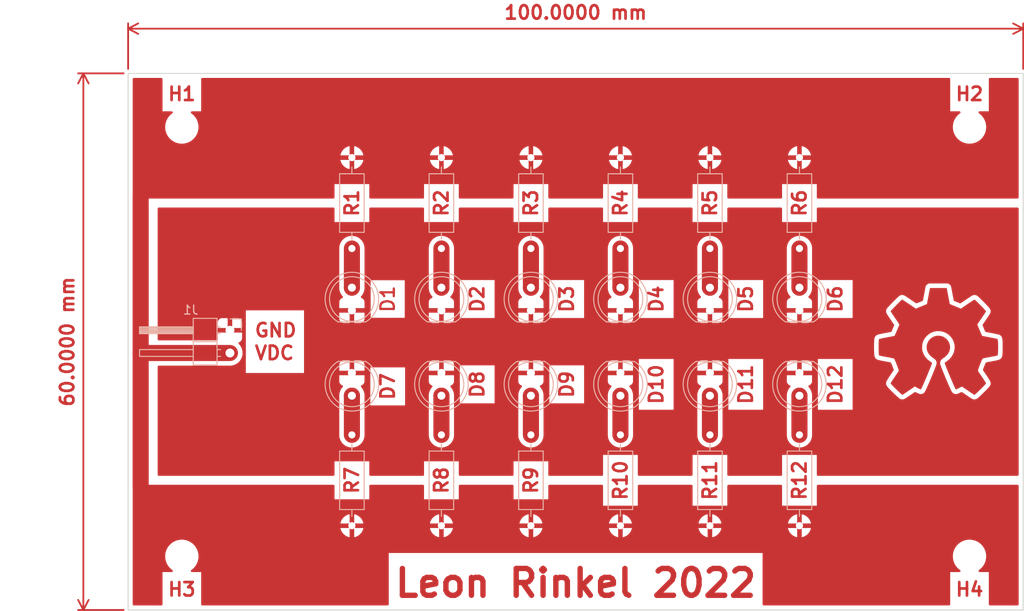
<source format=kicad_pcb>
(kicad_pcb (version 20211014) (generator pcbnew)
  (title_block (date "2022-07-08") (company "Leon Rinkel"))
  (layers (0 "F.Cu" signal) (31 "B.Cu" signal) (34 "B.Paste" user) (35 "F.Paste" user) (36 "B.SilkS" user "B.Silkscreen") (37 "F.SilkS" user "F.Silkscreen") (38 "B.Mask" user) (39 "F.Mask" user) (44 "Edge.Cuts" user))
  (net 0 "")
  (net 1 "GND")
  (net 2 "Net-(D1-Pad2)")
  (net 3 "Net-(D2-Pad2)")
  (net 4 "Net-(D3-Pad2)")
  (net 5 "Net-(D4-Pad2)")
  (net 6 "Net-(D5-Pad2)")
  (net 7 "Net-(D6-Pad2)")
  (net 8 "Net-(D7-Pad2)")
  (net 9 "Net-(D8-Pad2)")
  (net 10 "Net-(D9-Pad2)")
  (net 11 "Net-(D10-Pad2)")
  (net 12 "Net-(D11-Pad2)")
  (net 13 "Net-(D12-Pad2)")
  (net 14 "VDC")
  (footprint "MountingHole:MountingHole_2.7mm_M2.5" (layer "F.Cu") (at 103 72)
    (fp_text reference "H1" (at 0 -3.7) (layer "F.Cu") (effects (font (size 1.5 1.5) (thickness 0.3))))
    (fp_text value "MountingHole")
    (pad "" np_thru_hole circle (at 0 0) (size 2.7 2.7) (drill 2.7) (layers *.Cu *.Mask))
  )
  (footprint "MountingHole:MountingHole_2.7mm_M2.5" (layer "F.Cu") (at 191 72)
    (fp_text reference "H2" (at 0 -3.7) (layer "F.Cu") (effects (font (size 1.5 1.5) (thickness 0.3))))
    (fp_text value "MountingHole")
    (pad "" np_thru_hole circle (at 0 0) (size 2.7 2.7) (drill 2.7) (layers *.Cu *.Mask))
  )
  (footprint "MountingHole:MountingHole_2.7mm_M2.5" (layer "F.Cu") (at 191 120)
    (fp_text reference "H4" (at 0 3.7) (layer "F.Cu") (effects (font (size 1.5 1.5) (thickness 0.3))))
    (fp_text value "MountingHole")
    (pad "" np_thru_hole circle (at 0 0) (size 2.7 2.7) (drill 2.7) (layers *.Cu *.Mask))
  )
  (footprint "MountingHole:MountingHole_2.7mm_M2.5" (layer "F.Cu") (at 103 120)
    (fp_text reference "H3" (at 0 3.7) (layer "F.Cu") (effects (font (size 1.5 1.5) (thickness 0.3))))
    (fp_text value "MountingHole")
    (pad "" np_thru_hole circle (at 0 0) (size 2.7 2.7) (drill 2.7) (layers *.Cu *.Mask))
  )
  (footprint "Symbol:OSHW-Symbol_13.4x12mm_Copper" (layer "F.Cu") (at 187.5 96)
    (fp_text reference "REF**" hide)
    (fp_text value "OSHW-Symbol_13.4x12mm_Copper" hide)
    (fp_poly (pts (xy 1.119803 -5.09936) (xy 1.288676 -4.203573) (xy 1.911796 -3.946702) (xy 2.534916 -3.689832) (xy 3.282453 -4.198151) (xy 3.491802 -4.339684) (xy 3.681043 -4.466055) (xy 3.841343 -4.571493) (xy 3.963874 -4.65023) (xy 4.039802 -4.696495) (xy 4.06048 -4.706471) (xy 4.097731 -4.680814) (xy 4.177332 -4.609885) (xy 4.290361 -4.502743) (xy 4.427895 -4.36845) (xy 4.581012 -4.216066) (xy 4.740789 -4.054653) (xy 4.898305 -3.89327) (xy 5.044637 -3.740978) (xy 5.170863 -3.606838) (xy 5.26806 -3.499911) (xy 5.327307 -3.429258) (xy 5.341471 -3.405612) (xy 5.321087 -3.362021) (xy 5.263941 -3.266519) (xy 5.176041 -3.12845) (xy 5.063396 -2.957155) (xy 4.932013 -2.761975) (xy 4.855882 -2.650648) (xy 4.717118 -2.447367) (xy 4.593811 -2.263927) (xy 4.491945 -2.109458) (xy 4.417501 -1.993091) (xy 4.376461 -1.923958) (xy 4.370294 -1.90943) (xy 4.384274 -1.86814) (xy 4.422382 -1.771908) (xy 4.478867 -1.634266) (xy 4.54798 -1.468742) (xy 4.62397 -1.288868) (xy 4.701089 -1.108172) (xy 4.773585 -0.940186) (xy 4.835709 -0.79844) (xy 4.881712 -0.696463) (xy 4.905843 -0.647786) (xy 4.907267 -0.64587) (xy 4.945158 -0.636575) (xy 5.046069 -0.61584) (xy 5.19954 -0.585702) (xy 5.395112 -0.548199) (xy 5.622325 -0.505371) (xy 5.754891 -0.480674) (xy 5.997679 -0.434447) (xy 6.216974 -0.39046) (xy 6.401681 -0.351119) (xy 6.540705 -0.318831) (xy 6.622952 -0.296003) (xy 6.639485 -0.28876) (xy 6.655678 -0.239739) (xy 6.668744 -0.129023) (xy 6.678691 0.030438) (xy 6.685528 0.2257) (xy 6.689264 0.443814) (xy 6.689907 0.671835) (xy 6.687468 0.896815) (xy 6.681953 1.105809) (xy 6.673374 1.285868) (xy 6.661737 1.424047) (xy 6.647052 1.507398) (xy 6.638245 1.52475) (xy 6.585599 1.545548) (xy 6.474043 1.575282) (xy 6.318335 1.610459) (xy 6.133229 1.647586) (xy 6.068613 1.659597) (xy 5.757071 1.716662) (xy 5.510976 1.762618) (xy 5.322195 1.799293) (xy 5.182598 1.828513) (xy 5.084052 1.852104) (xy 5.018426 1.871892) (xy 4.977589 1.889706) (xy 4.953409 1.90737) (xy 4.950026 1.910861) (xy 4.916255 1.9671) (xy 4.864737 2.076547) (xy 4.800617 2.2258) (xy 4.729039 2.401459) (xy 4.655146 2.590121) (xy 4.584083 2.778385) (xy 4.520993 2.952848) (xy 4.471021 3.100108) (xy 4.439312 3.206764) (xy 4.431008 3.259413) (xy 4.4317 3.261257) (xy 4.459836 3.304292) (xy 4.523665 3.398978) (xy 4.61648 3.53546) (xy 4.731573 3.703882) (xy 4.862237 3.89439) (xy 4.899448 3.948529) (xy 5.032129 4.144804) (xy 5.148883 4.323886) (xy 5.243349 4.475492) (xy 5.309168 4.589338) (xy 5.339978 4.655141) (xy 5.341471 4.663225) (xy 5.315584 4.705715) (xy 5.244054 4.789891) (xy 5.136076 4.906705) (xy 5.000846 5.04711) (xy 4.847558 5.202061) (xy 4.685409 5.362509) (xy 4.523593 5.519409) (xy 4.371306 5.663713) (xy 4.237743 5.786376) (xy 4.1321 5.87835) (xy 4.063572 5.930589) (xy 4.044614 5.939118) (xy 4.000487 5.919029) (xy 3.910142 5.864849) (xy 3.788295 5.785704) (xy 3.694546 5.722001) (xy 3.524678 5.60511) (xy 3.323512 5.467476) (xy 3.121733 5.330063) (xy 3.01325 5.256519) (xy 2.646058 5.008155) (xy 2.337826 5.174813) (xy 2.197404 5.247822) (xy 2.077996 5.304571) (xy 1.997202 5.336937) (xy 1.976636 5.341441) (xy 1.951906 5.308189) (xy 1.903118 5.214224) (xy 1.833913 5.068213) (xy 1.747935 4.878824) (xy 1.648824 4.654724) (xy 1.540224 4.404581) (xy 1.425775 4.137063) (xy 1.30912 3.860836) (xy 1.193901 3.584568) (xy 1.08376 3.316927) (xy 0.982339 3.06658) (xy 0.89328 2.842195) (xy 0.820225 2.652439) (xy 0.766816 2.50598) (xy 0.736695 2.411485) (xy 0.731851 2.379031) (xy 0.770245 2.337636) (xy 0.854308 2.270438) (xy 0.966467 2.1914) (xy 0.975881 2.185147) (xy 1.265768 1.953103) (xy 1.499512 1.682386) (xy 1.675087 1.381653) (xy 1.790469 1.059561) (xy 1.84363 0.724765) (xy 1.832547 0.385922) (xy 1.755192 0.051688) (xy 1.60954 -0.269281) (xy 1.566688 -0.339505) (xy 1.343802 -0.623073) (xy 1.080491 -0.850782) (xy 0.785865 -1.021449) (xy 0.469041 -1.133888) (xy 0.13913 -1.186917) (xy -0.194754 -1.179349) (xy -0.523497 -1.110002) (xy -0.837986 -0.977691) (xy -1.129107 -0.781232) (xy -1.21916 -0.701494) (xy -1.448347 -0.451892) (xy -1.615354 -0.189132) (xy -1.729915 0.105399) (xy -1.793719 0.397075) (xy -1.80947 0.725012) (xy -1.756949 1.054577) (xy -1.64149 1.37463) (xy -1.468429 1.674032) (xy -1.243101 1.941643) (xy -0.97084 2.166325) (xy -0.935058 2.190008) (xy -0.821698 2.267568) (xy -0.735522 2.334768) (xy -0.694323 2.377675) (xy -0.693724 2.379031) (xy -0.702569 2.425446) (xy -0.737631 2.530786) (xy -0.795267 2.686388) (xy -0.871834 2.883584) (xy -0.963686 3.11371) (xy -1.067183 3.368101) (xy -1.178679 3.63809) (xy -1.294532 3.915012) (xy -1.411097 4.190201) (xy -1.524733 4.454993) (xy -1.631794 4.700721) (xy -1.728638 4.918721) (xy -1.811621 5.100326) (xy -1.877099 5.236871) (xy -1.921431 5.31969) (xy -1.939283 5.341441) (xy -1.993834 5.324504) (xy -2.095905 5.279077) (xy -2.227895 5.21328) (xy -2.300474 5.174813) (xy -2.608705 5.008155) (xy -2.975897 5.256519) (xy -3.16334 5.383754) (xy -3.368557 5.523773) (xy -3.560867 5.655612) (xy -3.657193 5.722001) (xy -3.792673 5.812976) (xy -3.907393 5.885071) (xy -3.986388 5.929154) (xy -4.012046 5.938473) (xy -4.049391 5.913334) (xy -4.132042 5.843154) (xy -4.251985 5.73522) (xy -4.401209 5.596818) (xy -4.571699 5.435235) (xy -4.679526 5.331488) (xy -4.868172 5.146135) (xy -5.031205 4.980351) (xy -5.162032 4.841227) (xy -5.254065 4.735856) (xy -5.300713 4.671329) (xy -5.305188 4.658234) (xy -5.28442 4.608425) (xy -5.227031 4.507713) (xy -5.139387 4.366295) (xy -5.027854 4.194367) (xy -4.898797 4.002124) (xy -4.862096 3.948529) (xy -4.728368 3.753733) (xy -4.608393 3.578353) (xy -4.508879 3.432243) (xy -4.436533 3.325258) (xy -4.398064 3.267255) (xy -4.394347 3.261257) (xy -4.399905 3.215032) (xy -4.429407 3.113398) (xy -4.477709 2.969758) (xy -4.539667 2.797514) (xy -4.610137 2.610066) (xy -4.683975 2.420818) (xy -4.756037 2.243171) (xy -4.821178 2.090527) (xy -4.874255 1.976288) (xy -4.910123 1.913856) (xy -4.912673 1.910861) (xy -4.934606 1.893019) (xy -4.971652 1.875374) (xy -5.031941 1.856101) (xy -5.123604 1.833374) (xy -5.254774 1.805364) (xy -5.433582 1.770247) (xy -5.668158 1.726195) (xy -5.966635 1.671382) (xy -6.03126 1.659597) (xy -6.222794 1.622591) (xy -6.389769 1.586389) (xy -6.517432 1.554485) (xy -6.591024 1.530372) (xy -6.600892 1.52475) (xy -6.617153 1.47491) (xy -6.63037 1.363532) (xy -6.640536 1.203563) (xy -6.64764 1.00795) (xy -6.651674 0.78964) (xy -6.65263 0.561579) (xy -6.650498 0.336714) (xy -6.645269 0.127991) (xy -6.636935 -0.051642) (xy -6.625487 -0.189238) (xy -6.610916 -0.271852) (xy -6.602132 -0.28876) (xy -6.55323 -0.305816) (xy -6.441873 -0.333564) (xy -6.279156 -0.369597) (xy -6.076174 -0.411507) (xy -5.844021 -0.456889) (xy -5.717538 -0.480674) (xy -5.477555 -0.525535) (xy -5.263549 -0.566175) (xy -5.085978 -0.600554) (xy -4.955302 -0.626635) (xy -4.881982 -0.642379) (xy -4.869915 -0.64587) (xy -4.849519 -0.685221) (xy -4.806406 -0.780007) (xy -4.746321 -0.916685) (xy -4.675013 -1.081714) (xy -4.598227 -1.261553) (xy -4.52171 -1.44266) (xy -4.45121 -1.611493) (xy -4.392473 -1.754512) (xy -4.351246 -1.858174) (xy -4.333276 -1.908939) (xy -4.332941 -1.911158) (xy -4.353313 -1.951204) (xy -4.410427 -2.043361) (xy -4.498279 -2.178467) (xy -4.610867 -2.347365) (xy -4.742189 -2.540895) (xy -4.818529 -2.652059) (xy -4.957636 -2.855884) (xy -5.081188 -3.040937) (xy -5.183158 -3.197854) (xy -5.257517 -3.317276) (xy -5.298237 -3.38984) (xy -5.304118 -3.406107) (xy -5.278837 -3.44397) (xy -5.208948 -3.524814) (xy -5.103377 -3.639581) (xy -4.971052 -3.779215) (xy -4.820901 -3.934658) (xy -4.661852 -4.096854) (xy -4.502833 -4.256746) (xy -4.352771 -4.405276) (xy -4.220594 -4.533387) (xy -4.11523 -4.632023) (xy -4.045607 -4.692127) (xy -4.022315 -4.706471) (xy -3.98439 -4.686301) (xy -3.893683 -4.629637) (xy -3.759011 -4.542247) (xy -3.589195 -4.4299) (xy -3.393054 -4.298362) (xy -3.2451 -4.198151) (xy -2.497564 -3.689832) (xy -1.874444 -3.946702) (xy -1.251324 -4.203573) (xy -0.913576 -5.995147) (xy 0.950929 -5.995147) (xy 1.119803 -5.09936)) (layer "F.Cu") (width 0.01) (fill solid))
  )
  (footprint "Resistor_THT:R_Axial_DIN0207_L6.3mm_D2.5mm_P10.16mm_Horizontal" (layer "B.Cu") (at 122 106.42 -90)
    (fp_text reference "R7" (at 5.08 0 90) (layer "F.Cu") (effects (font (size 1.5 1.5) (thickness 0.3))))
    (fp_text value "R")
    (fp_line (start 1.04 0) (end 1.81 0) (layer "B.SilkS") (width 0.12))
    (fp_line (start 8.35 1.37) (end 1.81 1.37) (layer "B.SilkS") (width 0.12))
    (fp_line (start 1.81 -1.37) (end 8.35 -1.37) (layer "B.SilkS") (width 0.12))
    (fp_line (start 1.81 1.37) (end 1.81 -1.37) (layer "B.SilkS") (width 0.12))
    (fp_line (start 9.12 0) (end 8.35 0) (layer "B.SilkS") (width 0.12))
    (fp_line (start 8.35 -1.37) (end 8.35 1.37) (layer "B.SilkS") (width 0.12))
    (pad "1" thru_hole circle (at 0 0 270) (size 1.6 1.6) (drill 0.8) (layers *.Cu *.Mask) (remove_unused_layers) (net 8 "Net-(D7-Pad2)"))
    (pad "2" thru_hole oval (at 10.16 0 270) (size 1.6 1.6) (drill 0.8) (layers *.Cu *.Mask) (remove_unused_layers) (net 14 "VDC"))
  )
  (footprint "LED_THT:LED_D5.0mm_Clear" (layer "B.Cu") (at 132 92.5 90)
    (fp_text reference "D2" (at 1.27 4 90) (layer "F.Cu") (effects (font (size 1.5 1.5) (thickness 0.3))))
    (fp_text value "LED")
    (fp_line (start -1.29 1.545) (end -1.29 -1.545) (layer "B.SilkS") (width 0.12))
    (fp_arc (start -1.29 -1.54483) (mid 2.072002 -2.880433) (end 4.26 0.000462) (layer "B.SilkS") (width 0.12))
    (fp_arc (start 4.26 -0.000462) (mid 2.072002 2.880433) (end -1.29 1.54483) (layer "B.SilkS") (width 0.12))
    (fp_circle (center 1.27 0) (end 3.77 0) (layer "B.SilkS") (width 0.12) (fill none))
    (pad "1" thru_hole rect (at 0 0 90) (size 1.8 1.8) (drill 0.9) (layers *.Cu *.Mask) (remove_unused_layers) (net 1 "GND"))
    (pad "2" thru_hole circle (at 2.54 0 90) (size 1.8 1.8) (drill 0.9) (layers *.Cu *.Mask) (remove_unused_layers) (net 3 "Net-(D2-Pad2)"))
  )
  (footprint "Resistor_THT:R_Axial_DIN0207_L6.3mm_D2.5mm_P10.16mm_Horizontal" (layer "B.Cu") (at 132 106.42 -90)
    (fp_text reference "R8" (at 5.08 0 90) (layer "F.Cu") (effects (font (size 1.5 1.5) (thickness 0.3))))
    (fp_text value "R")
    (fp_line (start 8.35 1.37) (end 1.81 1.37) (layer "B.SilkS") (width 0.12))
    (fp_line (start 1.81 -1.37) (end 8.35 -1.37) (layer "B.SilkS") (width 0.12))
    (fp_line (start 9.12 0) (end 8.35 0) (layer "B.SilkS") (width 0.12))
    (fp_line (start 1.04 0) (end 1.81 0) (layer "B.SilkS") (width 0.12))
    (fp_line (start 8.35 -1.37) (end 8.35 1.37) (layer "B.SilkS") (width 0.12))
    (fp_line (start 1.81 1.37) (end 1.81 -1.37) (layer "B.SilkS") (width 0.12))
    (pad "1" thru_hole circle (at 0 0 270) (size 1.6 1.6) (drill 0.8) (layers *.Cu *.Mask) (remove_unused_layers) (net 9 "Net-(D8-Pad2)"))
    (pad "2" thru_hole oval (at 10.16 0 270) (size 1.6 1.6) (drill 0.8) (layers *.Cu *.Mask) (remove_unused_layers) (net 14 "VDC"))
  )
  (footprint "Resistor_THT:R_Axial_DIN0207_L6.3mm_D2.5mm_P10.16mm_Horizontal" (layer "B.Cu") (at 142 85.58 90)
    (fp_text reference "R3" (at 5.08 0 90) (layer "F.Cu") (effects (font (size 1.5 1.5) (thickness 0.3))))
    (fp_text value "R")
    (fp_line (start 1.81 1.37) (end 1.81 -1.37) (layer "B.SilkS") (width 0.12))
    (fp_line (start 8.35 -1.37) (end 8.35 1.37) (layer "B.SilkS") (width 0.12))
    (fp_line (start 1.81 -1.37) (end 8.35 -1.37) (layer "B.SilkS") (width 0.12))
    (fp_line (start 1.04 0) (end 1.81 0) (layer "B.SilkS") (width 0.12))
    (fp_line (start 9.12 0) (end 8.35 0) (layer "B.SilkS") (width 0.12))
    (fp_line (start 8.35 1.37) (end 1.81 1.37) (layer "B.SilkS") (width 0.12))
    (pad "1" thru_hole circle (at 0 0 90) (size 1.6 1.6) (drill 0.8) (layers *.Cu *.Mask) (remove_unused_layers) (net 4 "Net-(D3-Pad2)"))
    (pad "2" thru_hole oval (at 10.16 0 90) (size 1.6 1.6) (drill 0.8) (layers *.Cu *.Mask) (remove_unused_layers) (net 14 "VDC"))
  )
  (footprint "Resistor_THT:R_Axial_DIN0207_L6.3mm_D2.5mm_P10.16mm_Horizontal" (layer "B.Cu") (at 142 106.42 -90)
    (fp_text reference "R9" (at 5.08 0 90) (layer "F.Cu") (effects (font (size 1.5 1.5) (thickness 0.3))))
    (fp_text value "R")
    (fp_line (start 9.12 0) (end 8.35 0) (layer "B.SilkS") (width 0.12))
    (fp_line (start 1.04 0) (end 1.81 0) (layer "B.SilkS") (width 0.12))
    (fp_line (start 1.81 -1.37) (end 8.35 -1.37) (layer "B.SilkS") (width 0.12))
    (fp_line (start 8.35 -1.37) (end 8.35 1.37) (layer "B.SilkS") (width 0.12))
    (fp_line (start 1.81 1.37) (end 1.81 -1.37) (layer "B.SilkS") (width 0.12))
    (fp_line (start 8.35 1.37) (end 1.81 1.37) (layer "B.SilkS") (width 0.12))
    (pad "1" thru_hole circle (at 0 0 270) (size 1.6 1.6) (drill 0.8) (layers *.Cu *.Mask) (remove_unused_layers) (net 10 "Net-(D9-Pad2)"))
    (pad "2" thru_hole oval (at 10.16 0 270) (size 1.6 1.6) (drill 0.8) (layers *.Cu *.Mask) (remove_unused_layers) (net 14 "VDC"))
  )
  (footprint "LED_THT:LED_D5.0mm_Clear" (layer "B.Cu") (at 152 92.5 90)
    (fp_text reference "D4" (at 1.27 4 90) (layer "F.Cu") (effects (font (size 1.5 1.5) (thickness 0.3))))
    (fp_text value "LED")
    (fp_line (start -1.29 1.545) (end -1.29 -1.545) (layer "B.SilkS") (width 0.12))
    (fp_arc (start 4.26 -0.000462) (mid 2.072002 2.880433) (end -1.29 1.54483) (layer "B.SilkS") (width 0.12))
    (fp_arc (start -1.29 -1.54483) (mid 2.072002 -2.880433) (end 4.26 0.000462) (layer "B.SilkS") (width 0.12))
    (fp_circle (center 1.27 0) (end 3.77 0) (layer "B.SilkS") (width 0.12) (fill none))
    (pad "1" thru_hole rect (at 0 0 90) (size 1.8 1.8) (drill 0.9) (layers *.Cu *.Mask) (remove_unused_layers) (net 1 "GND"))
    (pad "2" thru_hole circle (at 2.54 0 90) (size 1.8 1.8) (drill 0.9) (layers *.Cu *.Mask) (remove_unused_layers) (net 5 "Net-(D4-Pad2)"))
  )
  (footprint "LED_THT:LED_D5.0mm_Clear" (layer "B.Cu") (at 122 99.5 -90)
    (fp_text reference "D7" (at 1.5 -4 90) (layer "F.Cu") (effects (font (size 1.5 1.5) (thickness 0.3))))
    (fp_text value "LED")
    (fp_line (start -1.29 1.545) (end -1.29 -1.545) (layer "B.SilkS") (width 0.12))
    (fp_arc (start 4.26 -0.000462) (mid 2.072002 2.880433) (end -1.29 1.54483) (layer "B.SilkS") (width 0.12))
    (fp_arc (start -1.29 -1.54483) (mid 2.072002 -2.880433) (end 4.26 0.000462) (layer "B.SilkS") (width 0.12))
    (fp_circle (center 1.27 0) (end 3.77 0) (layer "B.SilkS") (width 0.12) (fill none))
    (pad "1" thru_hole rect (at 0 0 270) (size 1.8 1.8) (drill 0.9) (layers *.Cu *.Mask) (remove_unused_layers) (net 1 "GND"))
    (pad "2" thru_hole circle (at 2.54 0 270) (size 1.8 1.8) (drill 0.9) (layers *.Cu *.Mask) (remove_unused_layers) (net 8 "Net-(D7-Pad2)"))
  )
  (footprint "LED_THT:LED_D5.0mm_Clear" (layer "B.Cu") (at 172 92.5 90)
    (fp_text reference "D6" (at 1.27 4 90) (layer "F.Cu") (effects (font (size 1.5 1.5) (thickness 0.3))))
    (fp_text value "LED")
    (fp_line (start -1.29 1.545) (end -1.29 -1.545) (layer "B.SilkS") (width 0.12))
    (fp_arc (start -1.29 -1.54483) (mid 2.072002 -2.880433) (end 4.26 0.000462) (layer "B.SilkS") (width 0.12))
    (fp_arc (start 4.26 -0.000462) (mid 2.072002 2.880433) (end -1.29 1.54483) (layer "B.SilkS") (width 0.12))
    (fp_circle (center 1.27 0) (end 3.77 0) (layer "B.SilkS") (width 0.12) (fill none))
    (pad "1" thru_hole rect (at 0 0 90) (size 1.8 1.8) (drill 0.9) (layers *.Cu *.Mask) (remove_unused_layers) (net 1 "GND"))
    (pad "2" thru_hole circle (at 2.54 0 90) (size 1.8 1.8) (drill 0.9) (layers *.Cu *.Mask) (remove_unused_layers) (net 7 "Net-(D6-Pad2)"))
  )
  (footprint "Resistor_THT:R_Axial_DIN0207_L6.3mm_D2.5mm_P10.16mm_Horizontal" (layer "B.Cu") (at 152 106.42 -90)
    (fp_text reference "R10" (at 5.08 0 90) (layer "F.Cu") (effects (font (size 1.5 1.5) (thickness 0.3))))
    (fp_text value "R")
    (fp_line (start 1.81 1.37) (end 1.81 -1.37) (layer "B.SilkS") (width 0.12))
    (fp_line (start 9.12 0) (end 8.35 0) (layer "B.SilkS") (width 0.12))
    (fp_line (start 1.04 0) (end 1.81 0) (layer "B.SilkS") (width 0.12))
    (fp_line (start 1.81 -1.37) (end 8.35 -1.37) (layer "B.SilkS") (width 0.12))
    (fp_line (start 8.35 1.37) (end 1.81 1.37) (layer "B.SilkS") (width 0.12))
    (fp_line (start 8.35 -1.37) (end 8.35 1.37) (layer "B.SilkS") (width 0.12))
    (pad "1" thru_hole circle (at 0 0 270) (size 1.6 1.6) (drill 0.8) (layers *.Cu *.Mask) (remove_unused_layers) (net 11 "Net-(D10-Pad2)"))
    (pad "2" thru_hole oval (at 10.16 0 270) (size 1.6 1.6) (drill 0.8) (layers *.Cu *.Mask) (remove_unused_layers) (net 14 "VDC"))
  )
  (footprint "LED_THT:LED_D5.0mm_Clear" (layer "B.Cu") (at 152 99.5 -90)
    (fp_text reference "D10" (at 1.27 -4 90) (layer "F.Cu") (effects (font (size 1.5 1.5) (thickness 0.3))))
    (fp_text value "LED")
    (fp_line (start -1.29 1.545) (end -1.29 -1.545) (layer "B.SilkS") (width 0.12))
    (fp_arc (start 4.26 -0.000462) (mid 2.072002 2.880433) (end -1.29 1.54483) (layer "B.SilkS") (width 0.12))
    (fp_arc (start -1.29 -1.54483) (mid 2.072002 -2.880433) (end 4.26 0.000462) (layer "B.SilkS") (width 0.12))
    (fp_circle (center 1.27 0) (end 3.77 0) (layer "B.SilkS") (width 0.12) (fill none))
    (pad "1" thru_hole rect (at 0 0 270) (size 1.8 1.8) (drill 0.9) (layers *.Cu *.Mask) (remove_unused_layers) (net 1 "GND"))
    (pad "2" thru_hole circle (at 2.54 0 270) (size 1.8 1.8) (drill 0.9) (layers *.Cu *.Mask) (remove_unused_layers) (net 11 "Net-(D10-Pad2)"))
  )
  (footprint "Resistor_THT:R_Axial_DIN0207_L6.3mm_D2.5mm_P10.16mm_Horizontal" (layer "B.Cu") (at 122 85.58 90)
    (fp_text reference "R1" (at 5.08 0 90) (layer "F.Cu") (effects (font (size 1.5 1.5) (thickness 0.3))))
    (fp_text value "R")
    (fp_line (start 1.81 -1.37) (end 8.35 -1.37) (layer "B.SilkS") (width 0.12))
    (fp_line (start 1.04 0) (end 1.81 0) (layer "B.SilkS") (width 0.12))
    (fp_line (start 1.81 1.37) (end 1.81 -1.37) (layer "B.SilkS") (width 0.12))
    (fp_line (start 8.35 1.37) (end 1.81 1.37) (layer "B.SilkS") (width 0.12))
    (fp_line (start 9.12 0) (end 8.35 0) (layer "B.SilkS") (width 0.12))
    (fp_line (start 8.35 -1.37) (end 8.35 1.37) (layer "B.SilkS") (width 0.12))
    (pad "1" thru_hole circle (at 0 0 90) (size 1.6 1.6) (drill 0.8) (layers *.Cu *.Mask) (remove_unused_layers) (net 2 "Net-(D1-Pad2)"))
    (pad "2" thru_hole oval (at 10.16 0 90) (size 1.6 1.6) (drill 0.8) (layers *.Cu *.Mask) (remove_unused_layers) (net 14 "VDC"))
  )
  (footprint "Resistor_THT:R_Axial_DIN0207_L6.3mm_D2.5mm_P10.16mm_Horizontal" (layer "B.Cu") (at 172 106.42 -90)
    (fp_text reference "R12" (at 5.08 0 90) (layer "F.Cu") (effects (font (size 1.5 1.5) (thickness 0.3))))
    (fp_text value "R")
    (fp_line (start 1.81 -1.37) (end 8.35 -1.37) (layer "B.SilkS") (width 0.12))
    (fp_line (start 1.81 1.37) (end 1.81 -1.37) (layer "B.SilkS") (width 0.12))
    (fp_line (start 1.04 0) (end 1.81 0) (layer "B.SilkS") (width 0.12))
    (fp_line (start 8.35 -1.37) (end 8.35 1.37) (layer "B.SilkS") (width 0.12))
    (fp_line (start 9.12 0) (end 8.35 0) (layer "B.SilkS") (width 0.12))
    (fp_line (start 8.35 1.37) (end 1.81 1.37) (layer "B.SilkS") (width 0.12))
    (pad "1" thru_hole circle (at 0 0 270) (size 1.6 1.6) (drill 0.8) (layers *.Cu *.Mask) (remove_unused_layers) (net 13 "Net-(D12-Pad2)"))
    (pad "2" thru_hole oval (at 10.16 0 270) (size 1.6 1.6) (drill 0.8) (layers *.Cu *.Mask) (remove_unused_layers) (net 14 "VDC"))
  )
  (footprint "Resistor_THT:R_Axial_DIN0207_L6.3mm_D2.5mm_P10.16mm_Horizontal" (layer "B.Cu") (at 132 85.58 90)
    (fp_text reference "R2" (at 5.08 0 90) (layer "F.Cu") (effects (font (size 1.5 1.5) (thickness 0.3))))
    (fp_text value "R")
    (fp_line (start 8.35 -1.37) (end 8.35 1.37) (layer "B.SilkS") (width 0.12))
    (fp_line (start 9.12 0) (end 8.35 0) (layer "B.SilkS") (width 0.12))
    (fp_line (start 8.35 1.37) (end 1.81 1.37) (layer "B.SilkS") (width 0.12))
    (fp_line (start 1.81 -1.37) (end 8.35 -1.37) (layer "B.SilkS") (width 0.12))
    (fp_line (start 1.04 0) (end 1.81 0) (layer "B.SilkS") (width 0.12))
    (fp_line (start 1.81 1.37) (end 1.81 -1.37) (layer "B.SilkS") (width 0.12))
    (pad "1" thru_hole circle (at 0 0 90) (size 1.6 1.6) (drill 0.8) (layers *.Cu *.Mask) (remove_unused_layers) (net 3 "Net-(D2-Pad2)"))
    (pad "2" thru_hole oval (at 10.16 0 90) (size 1.6 1.6) (drill 0.8) (layers *.Cu *.Mask) (remove_unused_layers) (net 14 "VDC"))
  )
  (footprint "Connector_PinHeader_2.54mm:PinHeader_1x02_P2.54mm_Horizontal" (layer "B.Cu") (at 108.375 94.725 180)
    (fp_text reference "J1" (at 4.385 2.27) (layer "B.SilkS") (effects (justify mirror)))
    (fp_text value "Conn_01x02_Male")
    (fp_line (start 4.1 0.38) (end 10.1 0.38) (layer "B.SilkS") (width 0.12))
    (fp_line (start 1.11 -0.38) (end 1.44 -0.38) (layer "B.SilkS") (width 0.12))
    (fp_line (start 4.1 0.32) (end 10.1 0.32) (layer "B.SilkS") (width 0.12))
    (fp_line (start 4.1 -0.16) (end 10.1 -0.16) (layer "B.SilkS") (width 0.12))
    (fp_line (start -1.27 1.27) (end 0 1.27) (layer "B.SilkS") (width 0.12))
    (fp_line (start 1.11 0.38) (end 1.44 0.38) (layer "B.SilkS") (width 0.12))
    (fp_line (start 4.1 1.33) (end 1.44 1.33) (layer "B.SilkS") (width 0.12))
    (fp_line (start 4.1 -0.04) (end 10.1 -0.04) (layer "B.SilkS") (width 0.12))
    (fp_line (start 4.1 -2.16) (end 10.1 -2.16) (layer "B.SilkS") (width 0.12))
    (fp_line (start 4.1 0.08) (end 10.1 0.08) (layer "B.SilkS") (width 0.12))
    (fp_line (start 4.1 -3.87) (end 4.1 1.33) (layer "B.SilkS") (width 0.12))
    (fp_line (start 1.44 1.33) (end 1.44 -3.87) (layer "B.SilkS") (width 0.12))
    (fp_line (start 4.1 0.2) (end 10.1 0.2) (layer "B.SilkS") (width 0.12))
    (fp_line (start 1.44 -1.27) (end 4.1 -1.27) (layer "B.SilkS") (width 0.12))
    (fp_line (start -1.27 0) (end -1.27 1.27) (layer "B.SilkS") (width 0.12))
    (fp_line (start 10.1 0.38) (end 10.1 -0.38) (layer "B.SilkS") (width 0.12))
    (fp_line (start 4.1 -0.28) (end 10.1 -0.28) (layer "B.SilkS") (width 0.12))
    (fp_line (start 10.1 -2.92) (end 4.1 -2.92) (layer "B.SilkS") (width 0.12))
    (fp_line (start 1.44 -3.87) (end 4.1 -3.87) (layer "B.SilkS") (width 0.12))
    (fp_line (start 1.042929 -2.16) (end 1.44 -2.16) (layer "B.SilkS") (width 0.12))
    (fp_line (start 10.1 -0.38) (end 4.1 -0.38) (layer "B.SilkS") (width 0.12))
    (fp_line (start 1.042929 -2.92) (end 1.44 -2.92) (layer "B.SilkS") (width 0.12))
    (fp_line (start 10.1 -2.16) (end 10.1 -2.92) (layer "B.SilkS") (width 0.12))
    (pad "1" thru_hole rect (at 0 0 180) (size 1.7 1.7) (drill 1) (layers *.Cu *.Mask) (remove_unused_layers) (net 1 "GND"))
    (pad "2" thru_hole oval (at 0 -2.54 180) (size 1.7 1.7) (drill 1) (layers *.Cu *.Mask) (remove_unused_layers) (net 14 "VDC"))
  )
  (footprint "LED_THT:LED_D5.0mm_Clear" (layer "B.Cu") (at 132 99.5 -90)
    (fp_text reference "D8" (at 1.27 -4 90) (layer "F.Cu") (effects (font (size 1.5 1.5) (thickness 0.3))))
    (fp_text value "LED")
    (fp_line (start -1.29 1.545) (end -1.29 -1.545) (layer "B.SilkS") (width 0.12))
    (fp_arc (start 4.26 -0.000462) (mid 2.072002 2.880433) (end -1.29 1.54483) (layer "B.SilkS") (width 0.12))
    (fp_arc (start -1.29 -1.54483) (mid 2.072002 -2.880433) (end 4.26 0.000462) (layer "B.SilkS") (width 0.12))
    (fp_circle (center 1.27 0) (end 3.77 0) (layer "B.SilkS") (width 0.12) (fill none))
    (pad "1" thru_hole rect (at 0 0 270) (size 1.8 1.8) (drill 0.9) (layers *.Cu *.Mask) (remove_unused_layers) (net 1 "GND"))
    (pad "2" thru_hole circle (at 2.54 0 270) (size 1.8 1.8) (drill 0.9) (layers *.Cu *.Mask) (remove_unused_layers) (net 9 "Net-(D8-Pad2)"))
  )
  (footprint "Resistor_THT:R_Axial_DIN0207_L6.3mm_D2.5mm_P10.16mm_Horizontal" (layer "B.Cu") (at 162 106.42 -90)
    (fp_text reference "R11" (at 5.08 0 90) (layer "F.Cu") (effects (font (size 1.5 1.5) (thickness 0.3))))
    (fp_text value "R")
    (fp_line (start 1.04 0) (end 1.81 0) (layer "B.SilkS") (width 0.12))
    (fp_line (start 8.35 1.37) (end 1.81 1.37) (layer "B.SilkS") (width 0.12))
    (fp_line (start 1.81 -1.37) (end 8.35 -1.37) (layer "B.SilkS") (width 0.12))
    (fp_line (start 8.35 -1.37) (end 8.35 1.37) (layer "B.SilkS") (width 0.12))
    (fp_line (start 9.12 0) (end 8.35 0) (layer "B.SilkS") (width 0.12))
    (fp_line (start 1.81 1.37) (end 1.81 -1.37) (layer "B.SilkS") (width 0.12))
    (pad "1" thru_hole circle (at 0 0 270) (size 1.6 1.6) (drill 0.8) (layers *.Cu *.Mask) (remove_unused_layers) (net 12 "Net-(D11-Pad2)"))
    (pad "2" thru_hole oval (at 10.16 0 270) (size 1.6 1.6) (drill 0.8) (layers *.Cu *.Mask) (remove_unused_layers) (net 14 "VDC"))
  )
  (footprint "Resistor_THT:R_Axial_DIN0207_L6.3mm_D2.5mm_P10.16mm_Horizontal" (layer "B.Cu") (at 152 85.58 90)
    (fp_text reference "R4" (at 5.08 0 90) (layer "F.Cu") (effects (font (size 1.5 1.5) (thickness 0.3))))
    (fp_text value "R")
    (fp_line (start 1.04 0) (end 1.81 0) (layer "B.SilkS") (width 0.12))
    (fp_line (start 1.81 1.37) (end 1.81 -1.37) (layer "B.SilkS") (width 0.12))
    (fp_line (start 8.35 -1.37) (end 8.35 1.37) (layer "B.SilkS") (width 0.12))
    (fp_line (start 9.12 0) (end 8.35 0) (layer "B.SilkS") (width 0.12))
    (fp_line (start 1.81 -1.37) (end 8.35 -1.37) (layer "B.SilkS") (width 0.12))
    (fp_line (start 8.35 1.37) (end 1.81 1.37) (layer "B.SilkS") (width 0.12))
    (pad "1" thru_hole circle (at 0 0 90) (size 1.6 1.6) (drill 0.8) (layers *.Cu *.Mask) (remove_unused_layers) (net 5 "Net-(D4-Pad2)"))
    (pad "2" thru_hole oval (at 10.16 0 90) (size 1.6 1.6) (drill 0.8) (layers *.Cu *.Mask) (remove_unused_layers) (net 14 "VDC"))
  )
  (footprint "LED_THT:LED_D5.0mm_Clear" (layer "B.Cu") (at 162 99.5 -90)
    (fp_text reference "D11" (at 1.27 -4 90) (layer "F.Cu") (effects (font (size 1.5 1.5) (thickness 0.3))))
    (fp_text value "LED")
    (fp_line (start -1.29 1.545) (end -1.29 -1.545) (layer "B.SilkS") (width 0.12))
    (fp_arc (start 4.26 -0.000462) (mid 2.072002 2.880433) (end -1.29 1.54483) (layer "B.SilkS") (width 0.12))
    (fp_arc (start -1.29 -1.54483) (mid 2.072002 -2.880433) (end 4.26 0.000462) (layer "B.SilkS") (width 0.12))
    (fp_circle (center 1.27 0) (end 3.77 0) (layer "B.SilkS") (width 0.12) (fill none))
    (pad "1" thru_hole rect (at 0 0 270) (size 1.8 1.8) (drill 0.9) (layers *.Cu *.Mask) (remove_unused_layers) (net 1 "GND"))
    (pad "2" thru_hole circle (at 2.54 0 270) (size 1.8 1.8) (drill 0.9) (layers *.Cu *.Mask) (remove_unused_layers) (net 12 "Net-(D11-Pad2)"))
  )
  (footprint "Resistor_THT:R_Axial_DIN0207_L6.3mm_D2.5mm_P10.16mm_Horizontal" (layer "B.Cu") (at 162 85.58 90)
    (fp_text reference "R5" (at 5.08 0 90) (layer "F.Cu") (effects (font (size 1.5 1.5) (thickness 0.3))))
    (fp_text value "R")
    (fp_line (start 8.35 1.37) (end 1.81 1.37) (layer "B.SilkS") (width 0.12))
    (fp_line (start 9.12 0) (end 8.35 0) (layer "B.SilkS") (width 0.12))
    (fp_line (start 8.35 -1.37) (end 8.35 1.37) (layer "B.SilkS") (width 0.12))
    (fp_line (start 1.81 -1.37) (end 8.35 -1.37) (layer "B.SilkS") (width 0.12))
    (fp_line (start 1.81 1.37) (end 1.81 -1.37) (layer "B.SilkS") (width 0.12))
    (fp_line (start 1.04 0) (end 1.81 0) (layer "B.SilkS") (width 0.12))
    (pad "1" thru_hole circle (at 0 0 90) (size 1.6 1.6) (drill 0.8) (layers *.Cu *.Mask) (remove_unused_layers) (net 6 "Net-(D5-Pad2)"))
    (pad "2" thru_hole oval (at 10.16 0 90) (size 1.6 1.6) (drill 0.8) (layers *.Cu *.Mask) (remove_unused_layers) (net 14 "VDC"))
  )
  (footprint "LED_THT:LED_D5.0mm_Clear" (layer "B.Cu") (at 172 99.5 -90)
    (fp_text reference "D12" (at 1.27 -4 90) (layer "F.Cu") (effects (font (size 1.5 1.5) (thickness 0.3))))
    (fp_text value "LED")
    (fp_line (start -1.29 1.545) (end -1.29 -1.545) (layer "B.SilkS") (width 0.12))
    (fp_arc (start 4.26 -0.000462) (mid 2.072002 2.880433) (end -1.29 1.54483) (layer "B.SilkS") (width 0.12))
    (fp_arc (start -1.29 -1.54483) (mid 2.072002 -2.880433) (end 4.26 0.000462) (layer "B.SilkS") (width 0.12))
    (fp_circle (center 1.27 0) (end 3.77 0) (layer "B.SilkS") (width 0.12) (fill none))
    (pad "1" thru_hole rect (at 0 0 270) (size 1.8 1.8) (drill 0.9) (layers *.Cu *.Mask) (remove_unused_layers) (net 1 "GND"))
    (pad "2" thru_hole circle (at 2.54 0 270) (size 1.8 1.8) (drill 0.9) (layers *.Cu *.Mask) (remove_unused_layers) (net 13 "Net-(D12-Pad2)"))
  )
  (footprint "Resistor_THT:R_Axial_DIN0207_L6.3mm_D2.5mm_P10.16mm_Horizontal" (layer "B.Cu") (at 172 85.58 90)
    (fp_text reference "R6" (at 5.08 0 90) (layer "F.Cu") (effects (font (size 1.5 1.5) (thickness 0.3))))
    (fp_text value "R")
    (fp_line (start 8.35 -1.37) (end 8.35 1.37) (layer "B.SilkS") (width 0.12))
    (fp_line (start 1.81 1.37) (end 1.81 -1.37) (layer "B.SilkS") (width 0.12))
    (fp_line (start 8.35 1.37) (end 1.81 1.37) (layer "B.SilkS") (width 0.12))
    (fp_line (start 1.81 -1.37) (end 8.35 -1.37) (layer "B.SilkS") (width 0.12))
    (fp_line (start 1.04 0) (end 1.81 0) (layer "B.SilkS") (width 0.12))
    (fp_line (start 9.12 0) (end 8.35 0) (layer "B.SilkS") (width 0.12))
    (pad "1" thru_hole circle (at 0 0 90) (size 1.6 1.6) (drill 0.8) (layers *.Cu *.Mask) (remove_unused_layers) (net 7 "Net-(D6-Pad2)"))
    (pad "2" thru_hole oval (at 10.16 0 90) (size 1.6 1.6) (drill 0.8) (layers *.Cu *.Mask) (remove_unused_layers) (net 14 "VDC"))
  )
  (footprint "LED_THT:LED_D5.0mm_Clear" (layer "B.Cu") (at 142 92.5 90)
    (fp_text reference "D3" (at 1.27 4 90) (layer "F.Cu") (effects (font (size 1.5 1.5) (thickness 0.3))))
    (fp_text value "LED")
    (fp_line (start -1.29 1.545) (end -1.29 -1.545) (layer "B.SilkS") (width 0.12))
    (fp_arc (start 4.26 -0.000462) (mid 2.072002 2.880433) (end -1.29 1.54483) (layer "B.SilkS") (width 0.12))
    (fp_arc (start -1.29 -1.54483) (mid 2.072002 -2.880433) (end 4.26 0.000462) (layer "B.SilkS") (width 0.12))
    (fp_circle (center 1.27 0) (end 3.77 0) (layer "B.SilkS") (width 0.12) (fill none))
    (pad "1" thru_hole rect (at 0 0 90) (size 1.8 1.8) (drill 0.9) (layers *.Cu *.Mask) (remove_unused_layers) (net 1 "GND"))
    (pad "2" thru_hole circle (at 2.54 0 90) (size 1.8 1.8) (drill 0.9) (layers *.Cu *.Mask) (remove_unused_layers) (net 4 "Net-(D3-Pad2)"))
  )
  (footprint "LED_THT:LED_D5.0mm_Clear" (layer "B.Cu") (at 162 92.5 90)
    (fp_text reference "D5" (at 1.27 4 90) (layer "F.Cu") (effects (font (size 1.5 1.5) (thickness 0.3))))
    (fp_text value "LED")
    (fp_line (start -1.29 1.545) (end -1.29 -1.545) (layer "B.SilkS") (width 0.12))
    (fp_arc (start 4.26 -0.000462) (mid 2.072002 2.880433) (end -1.29 1.54483) (layer "B.SilkS") (width 0.12))
    (fp_arc (start -1.29 -1.54483) (mid 2.072002 -2.880433) (end 4.26 0.000462) (layer "B.SilkS") (width 0.12))
    (fp_circle (center 1.27 0) (end 3.77 0) (layer "B.SilkS") (width 0.12) (fill none))
    (pad "1" thru_hole rect (at 0 0 90) (size 1.8 1.8) (drill 0.9) (layers *.Cu *.Mask) (remove_unused_layers) (net 1 "GND"))
    (pad "2" thru_hole circle (at 2.54 0 90) (size 1.8 1.8) (drill 0.9) (layers *.Cu *.Mask) (remove_unused_layers) (net 6 "Net-(D5-Pad2)"))
  )
  (footprint "LED_THT:LED_D5.0mm_Clear" (layer "B.Cu") (at 122 92.5 90)
    (fp_text reference "D1" (at 1.27 4 90) (layer "F.Cu") (effects (font (size 1.5 1.5) (thickness 0.25))))
    (fp_text value "LED")
    (fp_line (start -1.29 1.545) (end -1.29 -1.545) (layer "B.SilkS") (width 0.12))
    (fp_arc (start -1.29 -1.54483) (mid 2.072002 -2.880433) (end 4.26 0.000462) (layer "B.SilkS") (width 0.12))
    (fp_arc (start 4.26 -0.000462) (mid 2.072002 2.880433) (end -1.29 1.54483) (layer "B.SilkS") (width 0.12))
    (fp_circle (center 1.27 0) (end 3.77 0) (layer "B.SilkS") (width 0.12) (fill none))
    (pad "1" thru_hole rect (at 0 0 90) (size 1.8 1.8) (drill 0.9) (layers *.Cu *.Mask) (remove_unused_layers) (net 1 "GND"))
    (pad "2" thru_hole circle (at 2.54 0 90) (size 1.8 1.8) (drill 0.9) (layers *.Cu *.Mask) (remove_unused_layers) (net 2 "Net-(D1-Pad2)"))
  )
  (footprint "LED_THT:LED_D5.0mm_Clear" (layer "B.Cu") (at 142 99.5 -90)
    (fp_text reference "D9" (at 1.27 -4 90) (layer "F.Cu") (effects (font (size 1.5 1.5) (thickness 0.3))))
    (fp_text value "LED")
    (fp_line (start -1.29 1.545) (end -1.29 -1.545) (layer "B.SilkS") (width 0.12))
    (fp_arc (start -1.29 -1.54483) (mid 2.072002 -2.880433) (end 4.26 0.000462) (layer "B.SilkS") (width 0.12))
    (fp_arc (start 4.26 -0.000462) (mid 2.072002 2.880433) (end -1.29 1.54483) (layer "B.SilkS") (width 0.12))
    (fp_circle (center 1.27 0) (end 3.77 0) (layer "B.SilkS") (width 0.12) (fill none))
    (pad "1" thru_hole rect (at 0 0 270) (size 1.8 1.8) (drill 0.9) (layers *.Cu *.Mask) (remove_unused_layers) (net 1 "GND"))
    (pad "2" thru_hole circle (at 2.54 0 270) (size 1.8 1.8) (drill 0.9) (layers *.Cu *.Mask) (remove_unused_layers) (net 10 "Net-(D9-Pad2)"))
  )
  (gr_rect (start 97 66) (end 197 126) (layer "Edge.Cuts") (width 0.1) (fill none))
  (gr_text "VDC" (at 111 97.265) (layer "F.Cu") (effects (font (size 1.5 1.5) (thickness 0.3)) (justify left)))
  (gr_text "Leon Rinkel 2022" (at 147 123) (layer "F.Cu") (effects (font (size 3 3) (thickness 0.6))))
  (gr_text "GND" (at 111 94.725) (layer "F.Cu") (effects (font (size 1.5 1.5) (thickness 0.3)) (justify left)))
  (dimension (type aligned) (layer "F.Cu") (pts (xy 97 66) (xy 197 66)) (height -5) (gr_text "100.0000 mm" (at 147 59.2) (layer "F.Cu") (effects (font (size 1.5 1.5) (thickness 0.3)))) (format (units 3) (units_format 1) (precision 4)) (style (thickness 0.2) (arrow_length 1.27) (text_position_mode 0) (extension_height 0.58642) (extension_offset 0.5) keep_text_aligned))
  (dimension (type aligned) (layer "F.Cu") (pts (xy 97 66) (xy 97 126)) (height 5) (gr_text "60.0000 mm" (at 90.2 96 90) (layer "F.Cu") (effects (font (size 1.5 1.5) (thickness 0.3)))) (format (units 3) (units_format 1) (precision 4)) (style (thickness 0.2) (arrow_length 1.27) (text_position_mode 0) (extension_height 0.58642) (extension_offset 0.5) keep_text_aligned))
  (segment (start 122 85.58) (end 122 89.96) (width 1.8) (layer "F.Cu") (net 2))
  (segment (start 132 89.96) (end 132 85.58) (width 1.8) (layer "F.Cu") (net 3))
  (segment (start 142 89.96) (end 142 85.58) (width 1.8) (layer "F.Cu") (net 4))
  (segment (start 152 89.96) (end 152 85.58) (width 1.8) (layer "F.Cu") (net 5))
  (segment (start 162 89.96) (end 162 85.58) (width 1.8) (layer "F.Cu") (net 6))
  (segment (start 172 89.96) (end 172 85.58) (width 1.8) (layer "F.Cu") (net 7))
  (segment (start 122 106.42) (end 122 102.04) (width 1.8) (layer "F.Cu") (net 8))
  (segment (start 132 102.04) (end 132 106.42) (width 1.8) (layer "F.Cu") (net 9))
  (segment (start 142 102.04) (end 142 106.42) (width 1.8) (layer "F.Cu") (net 10))
  (segment (start 152 106.42) (end 152 102.04) (width 1.8) (layer "F.Cu") (net 11))
  (segment (start 162 102.04) (end 162 106.42) (width 1.8) (layer "F.Cu") (net 12))
  (segment (start 172 106.42) (end 172 102.04) (width 1.8) (layer "F.Cu") (net 13))
  (segment (start 98.4 97.265) (end 98.4 80) (width 1.8) (layer "F.Cu") (net 14))
  (segment (start 98.4 97.265) (end 98.4 112) (width 1.8) (layer "F.Cu") (net 14))
  (segment (start 108.375 97.265) (end 98.4 97.265) (width 1.8) (layer "F.Cu") (net 14))
  (zone (net 0) (net_name "") (layer "F.Cu") (connect_pads yes (clearance 0)) (min_thickness 0.254)
    (keepout (tracks allowed) (vias allowed) (pads allowed) (copperpour not_allowed) (footprints allowed))
    (fill (thermal_gap 0.508) (thermal_bridge_width 0.508))
    (polygon (pts (xy 116.652 99.5) (xy 110.152 99.5) (xy 110.152 92.5) (xy 116.652 92.5)))
  )
  (zone (net 14) (net_name "VDC") (layer "F.Cu") (connect_pads thru_hole_only (clearance 0.508)) (min_thickness 0.254) (fill yes (thermal_gap 0.508) (thermal_bridge_width 0.508))
    (polygon (pts (xy 197 80) (xy 97 80) (xy 97 66) (xy 197 66)))
  )
  (zone (net 14) (net_name "VDC") (layer "F.Cu") (connect_pads thru_hole_only (clearance 0.508)) (min_thickness 0.254) (fill yes (thermal_gap 0.508) (thermal_bridge_width 0.508))
    (polygon (pts (xy 197 126) (xy 97 126) (xy 97 112) (xy 197 112)))
  )
  (zone (net 1) (net_name "GND") (layer "F.Cu") (connect_pads thru_hole_only (clearance 0.508)) (min_thickness 0.254) (fill yes (thermal_gap 0.508) (thermal_bridge_width 0.508))
    (polygon (pts (xy 197 111) (xy 100.3 111) (xy 100.3 81) (xy 197 81)))
  )
)
</source>
